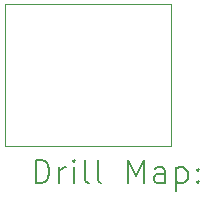
<source format=gbr>
%TF.GenerationSoftware,KiCad,Pcbnew,9.0.5+1*%
%TF.CreationDate,2025-11-07T10:46:58+01:00*%
%TF.ProjectId,ts17-tropic01-mini,74733137-2d74-4726-9f70-696330312d6d,rev?*%
%TF.SameCoordinates,Original*%
%TF.FileFunction,Drillmap*%
%TF.FilePolarity,Positive*%
%FSLAX45Y45*%
G04 Gerber Fmt 4.5, Leading zero omitted, Abs format (unit mm)*
G04 Created by KiCad (PCBNEW 9.0.5+1) date 2025-11-07 10:46:58*
%MOMM*%
%LPD*%
G01*
G04 APERTURE LIST*
%ADD10C,0.050000*%
%ADD11C,0.200000*%
G04 APERTURE END LIST*
D10*
X13000000Y-10200000D02*
X13000000Y-9000000D01*
X14400000Y-10200000D02*
X13000000Y-10200000D01*
X13000000Y-9000000D02*
X14400000Y-9000000D01*
X14400000Y-9000000D02*
X14400000Y-10200000D01*
D11*
X13258277Y-10513984D02*
X13258277Y-10313984D01*
X13258277Y-10313984D02*
X13305896Y-10313984D01*
X13305896Y-10313984D02*
X13334467Y-10323508D01*
X13334467Y-10323508D02*
X13353515Y-10342555D01*
X13353515Y-10342555D02*
X13363039Y-10361603D01*
X13363039Y-10361603D02*
X13372562Y-10399698D01*
X13372562Y-10399698D02*
X13372562Y-10428270D01*
X13372562Y-10428270D02*
X13363039Y-10466365D01*
X13363039Y-10466365D02*
X13353515Y-10485412D01*
X13353515Y-10485412D02*
X13334467Y-10504460D01*
X13334467Y-10504460D02*
X13305896Y-10513984D01*
X13305896Y-10513984D02*
X13258277Y-10513984D01*
X13458277Y-10513984D02*
X13458277Y-10380650D01*
X13458277Y-10418746D02*
X13467801Y-10399698D01*
X13467801Y-10399698D02*
X13477324Y-10390174D01*
X13477324Y-10390174D02*
X13496372Y-10380650D01*
X13496372Y-10380650D02*
X13515420Y-10380650D01*
X13582086Y-10513984D02*
X13582086Y-10380650D01*
X13582086Y-10313984D02*
X13572562Y-10323508D01*
X13572562Y-10323508D02*
X13582086Y-10333031D01*
X13582086Y-10333031D02*
X13591610Y-10323508D01*
X13591610Y-10323508D02*
X13582086Y-10313984D01*
X13582086Y-10313984D02*
X13582086Y-10333031D01*
X13705896Y-10513984D02*
X13686848Y-10504460D01*
X13686848Y-10504460D02*
X13677324Y-10485412D01*
X13677324Y-10485412D02*
X13677324Y-10313984D01*
X13810658Y-10513984D02*
X13791610Y-10504460D01*
X13791610Y-10504460D02*
X13782086Y-10485412D01*
X13782086Y-10485412D02*
X13782086Y-10313984D01*
X14039229Y-10513984D02*
X14039229Y-10313984D01*
X14039229Y-10313984D02*
X14105896Y-10456841D01*
X14105896Y-10456841D02*
X14172562Y-10313984D01*
X14172562Y-10313984D02*
X14172562Y-10513984D01*
X14353515Y-10513984D02*
X14353515Y-10409222D01*
X14353515Y-10409222D02*
X14343991Y-10390174D01*
X14343991Y-10390174D02*
X14324943Y-10380650D01*
X14324943Y-10380650D02*
X14286848Y-10380650D01*
X14286848Y-10380650D02*
X14267801Y-10390174D01*
X14353515Y-10504460D02*
X14334467Y-10513984D01*
X14334467Y-10513984D02*
X14286848Y-10513984D01*
X14286848Y-10513984D02*
X14267801Y-10504460D01*
X14267801Y-10504460D02*
X14258277Y-10485412D01*
X14258277Y-10485412D02*
X14258277Y-10466365D01*
X14258277Y-10466365D02*
X14267801Y-10447317D01*
X14267801Y-10447317D02*
X14286848Y-10437793D01*
X14286848Y-10437793D02*
X14334467Y-10437793D01*
X14334467Y-10437793D02*
X14353515Y-10428270D01*
X14448753Y-10380650D02*
X14448753Y-10580650D01*
X14448753Y-10390174D02*
X14467801Y-10380650D01*
X14467801Y-10380650D02*
X14505896Y-10380650D01*
X14505896Y-10380650D02*
X14524943Y-10390174D01*
X14524943Y-10390174D02*
X14534467Y-10399698D01*
X14534467Y-10399698D02*
X14543991Y-10418746D01*
X14543991Y-10418746D02*
X14543991Y-10475889D01*
X14543991Y-10475889D02*
X14534467Y-10494936D01*
X14534467Y-10494936D02*
X14524943Y-10504460D01*
X14524943Y-10504460D02*
X14505896Y-10513984D01*
X14505896Y-10513984D02*
X14467801Y-10513984D01*
X14467801Y-10513984D02*
X14448753Y-10504460D01*
X14629705Y-10494936D02*
X14639229Y-10504460D01*
X14639229Y-10504460D02*
X14629705Y-10513984D01*
X14629705Y-10513984D02*
X14620182Y-10504460D01*
X14620182Y-10504460D02*
X14629705Y-10494936D01*
X14629705Y-10494936D02*
X14629705Y-10513984D01*
X14629705Y-10390174D02*
X14639229Y-10399698D01*
X14639229Y-10399698D02*
X14629705Y-10409222D01*
X14629705Y-10409222D02*
X14620182Y-10399698D01*
X14620182Y-10399698D02*
X14629705Y-10390174D01*
X14629705Y-10390174D02*
X14629705Y-10409222D01*
M02*

</source>
